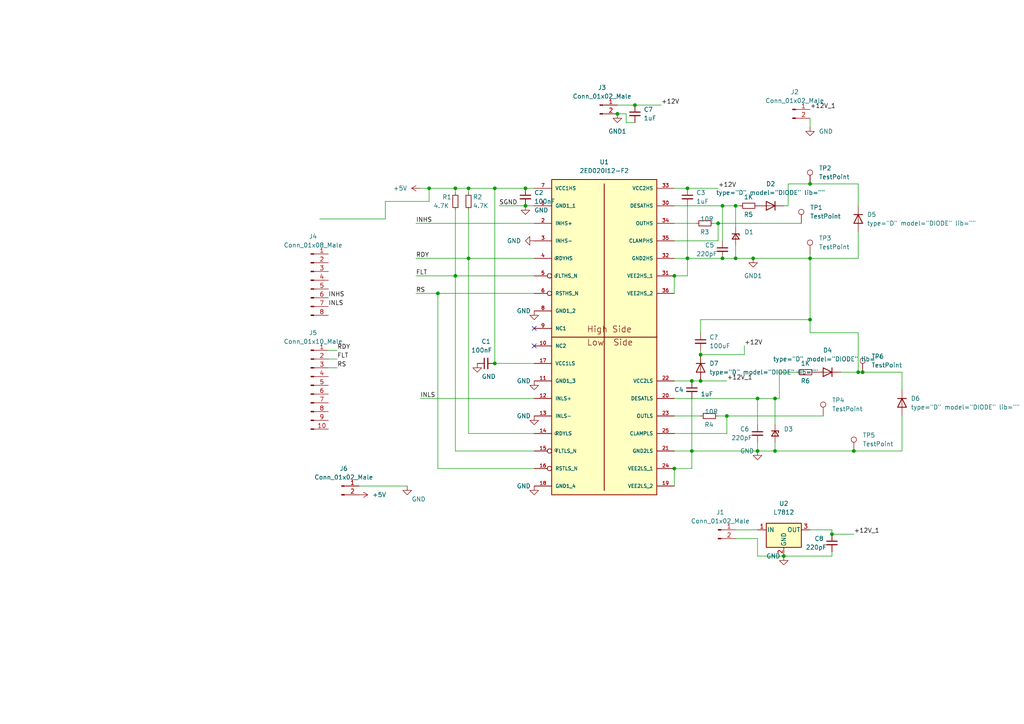
<source format=kicad_sch>
(kicad_sch (version 20211123) (generator eeschema)
  (paper "A4")
  (lib_symbols
    (symbol "2ED020I12-F2:2ED020I12-F2" (pin_names (offset 1.016))
      (property "Reference" "U?" (at -0.2 0.34 0))
      (property "Value" "2ED020I12-F2" (at -0.2 -93.48 0))
      (symbol "2ED020I12-F2_0_0"
        (rectangle (start 0 -91.44) (end 30.48 0) (stroke (width 0.254)) (fill (type background)))
        (polyline (pts (xy 0 -45.72) (xy 30.48 -45.72)) (stroke (width 0.254)))
        (polyline (pts (xy 0.8 -78.8) (xy 1.6 -78.8)) (stroke (width 0.1)))
        (polyline (pts (xy 0.8 -78.4) (xy 1.2 -78.8)) (stroke (width 0.1)))
        (polyline (pts (xy 0.8 -74) (xy 1.6 -74)) (stroke (width 0.1)))
        (polyline (pts (xy 0.8 -73.6) (xy 1.2 -74)) (stroke (width 0.1)))
        (polyline (pts (xy 0.8 -28.4) (xy 1.6 -28.4)) (stroke (width 0.1)))
        (polyline (pts (xy 0.8 -28) (xy 1.2 -28.4)) (stroke (width 0.1)))
        (polyline (pts (xy 0.8 -23.2) (xy 1.6 -23.2)) (stroke (width 0.1)))
        (polyline (pts (xy 0.8 -22.8) (xy 1.2 -23.2)) (stroke (width 0.1)))
        (polyline (pts (xy 1.2 -78.8) (xy 1.6 -78.4)) (stroke (width 0.1)))
        (polyline (pts (xy 1.2 -78) (xy 0.8 -78.4)) (stroke (width 0.1)))
        (polyline (pts (xy 1.2 -74) (xy 1.6 -73.6)) (stroke (width 0.1)))
        (polyline (pts (xy 1.2 -73.2) (xy 0.8 -73.6)) (stroke (width 0.1)))
        (polyline (pts (xy 1.2 -28.4) (xy 1.6 -28)) (stroke (width 0.1)))
        (polyline (pts (xy 1.2 -27.6) (xy 0.8 -28)) (stroke (width 0.1)))
        (polyline (pts (xy 1.2 -23.2) (xy 1.6 -22.8)) (stroke (width 0.1)))
        (polyline (pts (xy 1.2 -22.4) (xy 0.8 -22.8)) (stroke (width 0.1)))
        (polyline (pts (xy 1.6 -78.4) (xy 1.2 -78)) (stroke (width 0.1)))
        (polyline (pts (xy 1.6 -73.6) (xy 1.2 -73.2)) (stroke (width 0.1)))
        (polyline (pts (xy 1.6 -28) (xy 1.2 -27.6)) (stroke (width 0.1)))
        (polyline (pts (xy 1.6 -22.8) (xy 1.2 -22.4)) (stroke (width 0.1)))
        (polyline (pts (xy 15.24 -1.27) (xy 15.24 -90.17)) (stroke (width 0.254)))
        (text "High Side" (at 10.16 -44.45 0) (effects (font (size 1.778 1.778)) (justify left bottom)))
        (text "Low  Side" (at 10.16 -48.26 0) (effects (font (size 1.778 1.778)) (justify left bottom)))
        (pin power_in line (at -5.08 -7.62 0) (length 5.08) (name "GND1_1") (number "1"))
        (pin passive line (at -5.08 -48.26 0) (length 5.08) (name "NC2") (number "10"))
        (pin power_in line (at -5.08 -58.42 0) (length 5.08) (name "GND1_3") (number "11"))
        (pin input line (at -5.08 -63.5 0) (length 5.08) (name "INLS+") (number "12"))
        (pin input line (at -5.08 -68.58 0) (length 5.08) (name "INLS-") (number "13"))
        (pin open_collector line (at -5.08 -73.66 0) (length 5.08) (name "RDYLS") (number "14"))
        (pin open_collector inverted (at -5.08 -78.74 0) (length 5.08) (name "FLTLS_N") (number "15"))
        (pin input inverted (at -5.08 -83.82 0) (length 5.08) (name "RSTLS_N") (number "16"))
        (pin power_in line (at -5.08 -53.34 0) (length 5.08) (name "VCC1LS") (number "17"))
        (pin power_in line (at -5.08 -88.9 0) (length 5.08) (name "GND1_4") (number "18"))
        (pin power_in line (at 35.56 -88.9 180) (length 5.08) (name "VEE2LS_2") (number "19"))
        (pin input line (at -5.08 -12.7 0) (length 5.08) (name "INHS+") (number "2"))
        (pin input line (at 35.56 -63.5 180) (length 5.08) (name "DESATLS") (number "20"))
        (pin power_in line (at 35.56 -78.74 180) (length 5.08) (name "GND2LS") (number "21"))
        (pin power_in line (at 35.56 -58.42 180) (length 5.08) (name "VCC2LS") (number "22"))
        (pin output line (at 35.56 -68.58 180) (length 5.08) (name "OUTLS") (number "23"))
        (pin power_in line (at 35.56 -83.82 180) (length 5.08) (name "VEE2LS_1") (number "24"))
        (pin passive line (at 35.56 -73.66 180) (length 5.08) (name "CLAMPLS") (number "25"))
        (pin input line (at -5.08 -17.78 0) (length 5.08) (name "INHS-") (number "3"))
        (pin input line (at 35.56 -7.62 180) (length 5.08) (name "DESATHS") (number "30"))
        (pin power_in line (at 35.56 -27.94 180) (length 5.08) (name "VEE2HS_1") (number "31"))
        (pin power_in line (at 35.56 -22.86 180) (length 5.08) (name "GND2HS") (number "32"))
        (pin power_in line (at 35.56 -2.54 180) (length 5.08) (name "VCC2HS") (number "33"))
        (pin output line (at 35.56 -12.7 180) (length 5.08) (name "OUTHS") (number "34"))
        (pin passive line (at 35.56 -17.78 180) (length 5.08) (name "CLAMPHS") (number "35"))
        (pin power_in line (at 35.56 -33.02 180) (length 5.08) (name "VEE2HS_2") (number "36"))
        (pin open_collector line (at -5.08 -22.86 0) (length 5.08) (name "RDYHS") (number "4"))
        (pin open_collector inverted (at -5.08 -27.94 0) (length 5.08) (name "FLTHS_N") (number "5"))
        (pin input inverted (at -5.08 -33.02 0) (length 5.08) (name "RSTHS_N") (number "6"))
        (pin power_in line (at -5.08 -2.54 0) (length 5.08) (name "VCC1HS") (number "7"))
        (pin power_in line (at -5.08 -38.1 0) (length 5.08) (name "GND1_2") (number "8"))
        (pin passive line (at -5.08 -43.18 0) (length 5.08) (name "NC1") (number "9"))
      )
    )
    (symbol "Connector:Conn_01x02_Male" (pin_names (offset 1.016) hide)
      (property "Reference" "J" (at 0 2.54 0))
      (property "Value" "Conn_01x02_Male" (at 0 -5.08 0))
      (symbol "Conn_01x02_Male_1_1"
        (polyline (pts (xy 1.27 -2.54) (xy 0.8636 -2.54)) (stroke (width 0.1524)))
        (polyline (pts (xy 1.27 0) (xy 0.8636 0)) (stroke (width 0.1524)))
        (rectangle (start 0.8636 -2.413) (end 0 -2.667) (stroke (width 0.1524)) (fill (type outline)))
        (rectangle (start 0.8636 0.127) (end 0 -0.127) (stroke (width 0.1524)) (fill (type outline)))
        (pin passive line (at 5.08 0 180) (length 3.81) (name "Pin_1") (number "1"))
        (pin passive line (at 5.08 -2.54 180) (length 3.81) (name "Pin_2") (number "2"))
      )
    )
    (symbol "Connector:Conn_01x08_Male" (pin_names (offset 1.016) hide)
      (property "Reference" "J" (at 0 10.16 0))
      (property "Value" "Conn_01x08_Male" (at 0 -12.7 0))
      (symbol "Conn_01x08_Male_1_1"
        (polyline (pts (xy 1.27 -10.16) (xy 0.8636 -10.16)) (stroke (width 0.1524)))
        (polyline (pts (xy 1.27 -7.62) (xy 0.8636 -7.62)) (stroke (width 0.1524)))
        (polyline (pts (xy 1.27 -5.08) (xy 0.8636 -5.08)) (stroke (width 0.1524)))
        (polyline (pts (xy 1.27 -2.54) (xy 0.8636 -2.54)) (stroke (width 0.1524)))
        (polyline (pts (xy 1.27 0) (xy 0.8636 0)) (stroke (width 0.1524)))
        (polyline (pts (xy 1.27 2.54) (xy 0.8636 2.54)) (stroke (width 0.1524)))
        (polyline (pts (xy 1.27 5.08) (xy 0.8636 5.08)) (stroke (width 0.1524)))
        (polyline (pts (xy 1.27 7.62) (xy 0.8636 7.62)) (stroke (width 0.1524)))
        (rectangle (start 0.8636 -10.033) (end 0 -10.287) (stroke (width 0.1524)) (fill (type outline)))
        (rectangle (start 0.8636 -7.493) (end 0 -7.747) (stroke (width 0.1524)) (fill (type outline)))
        (rectangle (start 0.8636 -4.953) (end 0 -5.207) (stroke (width 0.1524)) (fill (type outline)))
        (rectangle (start 0.8636 -2.413) (end 0 -2.667) (stroke (width 0.1524)) (fill (type outline)))
        (rectangle (start 0.8636 0.127) (end 0 -0.127) (stroke (width 0.1524)) (fill (type outline)))
        (rectangle (start 0.8636 2.667) (end 0 2.413) (stroke (width 0.1524)) (fill (type outline)))
        (rectangle (start 0.8636 5.207) (end 0 4.953) (stroke (width 0.1524)) (fill (type outline)))
        (rectangle (start 0.8636 7.747) (end 0 7.493) (stroke (width 0.1524)) (fill (type outline)))
        (pin passive line (at 5.08 7.62 180) (length 3.81) (name "Pin_1") (number "1"))
        (pin passive line (at 5.08 5.08 180) (length 3.81) (name "Pin_2") (number "2"))
        (pin passive line (at 5.08 2.54 180) (length 3.81) (name "Pin_3") (number "3"))
        (pin passive line (at 5.08 0 180) (length 3.81) (name "Pin_4") (number "4"))
        (pin passive line (at 5.08 -2.54 180) (length 3.81) (name "Pin_5") (number "5"))
        (pin passive line (at 5.08 -5.08 180) (length 3.81) (name "Pin_6") (number "6"))
        (pin passive line (at 5.08 -7.62 180) (length 3.81) (name "Pin_7") (number "7"))
        (pin passive line (at 5.08 -10.16 180) (length 3.81) (name "Pin_8") (number "8"))
      )
    )
    (symbol "Connector:Conn_01x10_Male" (pin_names (offset 1.016) hide)
      (property "Reference" "J" (at 0 12.7 0))
      (property "Value" "Conn_01x10_Male" (at 0 -15.24 0))
      (symbol "Conn_01x10_Male_1_1"
        (polyline (pts (xy 1.27 -12.7) (xy 0.8636 -12.7)) (stroke (width 0.1524)))
        (polyline (pts (xy 1.27 -10.16) (xy 0.8636 -10.16)) (stroke (width 0.1524)))
        (polyline (pts (xy 1.27 -7.62) (xy 0.8636 -7.62)) (stroke (width 0.1524)))
        (polyline (pts (xy 1.27 -5.08) (xy 0.8636 -5.08)) (stroke (width 0.1524)))
        (polyline (pts (xy 1.27 -2.54) (xy 0.8636 -2.54)) (stroke (width 0.1524)))
        (polyline (pts (xy 1.27 0) (xy 0.8636 0)) (stroke (width 0.1524)))
        (polyline (pts (xy 1.27 2.54) (xy 0.8636 2.54)) (stroke (width 0.1524)))
        (polyline (pts (xy 1.27 5.08) (xy 0.8636 5.08)) (stroke (width 0.1524)))
        (polyline (pts (xy 1.27 7.62) (xy 0.8636 7.62)) (stroke (width 0.1524)))
        (polyline (pts (xy 1.27 10.16) (xy 0.8636 10.16)) (stroke (width 0.1524)))
        (rectangle (start 0.8636 -12.573) (end 0 -12.827) (stroke (width 0.1524)) (fill (type outline)))
        (rectangle (start 0.8636 -10.033) (end 0 -10.287) (stroke (width 0.1524)) (fill (type outline)))
        (rectangle (start 0.8636 -7.493) (end 0 -7.747) (stroke (width 0.1524)) (fill (type outline)))
        (rectangle (start 0.8636 -4.953) (end 0 -5.207) (stroke (width 0.1524)) (fill (type outline)))
        (rectangle (start 0.8636 -2.413) (end 0 -2.667) (stroke (width 0.1524)) (fill (type outline)))
        (rectangle (start 0.8636 0.127) (end 0 -0.127) (stroke (width 0.1524)) (fill (type outline)))
        (rectangle (start 0.8636 2.667) (end 0 2.413) (stroke (width 0.1524)) (fill (type outline)))
        (rectangle (start 0.8636 5.207) (end 0 4.953) (stroke (width 0.1524)) (fill (type outline)))
        (rectangle (start 0.8636 7.747) (end 0 7.493) (stroke (width 0.1524)) (fill (type outline)))
        (rectangle (start 0.8636 10.287) (end 0 10.033) (stroke (width 0.1524)) (fill (type outline)))
        (pin passive line (at 5.08 10.16 180) (length 3.81) (name "Pin_1") (number "1"))
        (pin passive line (at 5.08 -12.7 180) (length 3.81) (name "Pin_10") (number "10"))
        (pin passive line (at 5.08 7.62 180) (length 3.81) (name "Pin_2") (number "2"))
        (pin passive line (at 5.08 5.08 180) (length 3.81) (name "Pin_3") (number "3"))
        (pin passive line (at 5.08 2.54 180) (length 3.81) (name "Pin_4") (number "4"))
        (pin passive line (at 5.08 0 180) (length 3.81) (name "Pin_5") (number "5"))
        (pin passive line (at 5.08 -2.54 180) (length 3.81) (name "Pin_6") (number "6"))
        (pin passive line (at 5.08 -5.08 180) (length 3.81) (name "Pin_7") (number "7"))
        (pin passive line (at 5.08 -7.62 180) (length 3.81) (name "Pin_8") (number "8"))
        (pin passive line (at 5.08 -10.16 180) (length 3.81) (name "Pin_9") (number "9"))
      )
    )
    (symbol "Connector:TestPoint" (pin_numbers hide) (pin_names (offset 0.762) hide)
      (property "Reference" "TP" (at 0 6.858 0))
      (property "Value" "TestPoint" (at 0 5.08 0))
      (symbol "TestPoint_0_1"
        (circle (center 0 3.302) (radius 0.762))
      )
      (symbol "TestPoint_1_1"
        (pin passive line (at 0 0 90) (length 2.54) (name "1") (number "1"))
      )
    )
    (symbol "Device:C_Small" (pin_numbers hide) (pin_names (offset 0.254) hide)
      (property "Reference" "C" (at 0.254 1.778 0))
      (property "Value" "C_Small" (at 0.254 -2.032 0))
      (symbol "C_Small_0_1"
        (polyline (pts (xy -1.524 -0.508) (xy 1.524 -0.508)) (stroke (width 0.3302)))
        (polyline (pts (xy -1.524 0.508) (xy 1.524 0.508)) (stroke (width 0.3048)))
      )
      (symbol "C_Small_1_1"
        (pin passive line (at 0 2.54 270) (length 2.032) (name "~") (number "1"))
        (pin passive line (at 0 -2.54 90) (length 2.032) (name "~") (number "2"))
      )
    )
    (symbol "Device:D_Zener_Small" (pin_numbers hide) (pin_names (offset 0.254) hide)
      (property "Reference" "D" (at 0 2.286 0))
      (property "Value" "D_Zener_Small" (at 0 -2.286 0))
      (symbol "D_Zener_Small_0_1"
        (polyline (pts (xy 0.762 0) (xy -0.762 0)))
        (polyline (pts (xy -0.254 1.016) (xy -0.762 1.016) (xy -0.762 -1.016)) (stroke (width 0.254)))
        (polyline (pts (xy 0.762 1.016) (xy -0.762 0) (xy 0.762 -1.016) (xy 0.762 1.016)) (stroke (width 0.254)))
      )
      (symbol "D_Zener_Small_1_1"
        (pin passive line (at -2.54 0 0) (length 1.778) (name "K") (number "1"))
        (pin passive line (at 2.54 0 180) (length 1.778) (name "A") (number "2"))
      )
    )
    (symbol "Device:R_Small" (pin_numbers hide) (pin_names (offset 0.254) hide)
      (property "Reference" "R" (at 0.762 0.508 0))
      (property "Value" "R_Small" (at 0.762 -1.016 0))
      (symbol "R_Small_0_1"
        (rectangle (start -0.762 1.778) (end 0.762 -1.778) (stroke (width 0.2032)))
      )
      (symbol "R_Small_1_1"
        (pin passive line (at 0 2.54 270) (length 0.762) (name "~") (number "1"))
        (pin passive line (at 0 -2.54 90) (length 0.762) (name "~") (number "2"))
      )
    )
    (symbol "Regulator_Linear:L7812" (pin_names (offset 0.254))
      (property "Reference" "U" (at -3.81 3.175 0))
      (property "Value" "L7812" (at 0 3.175 0))
      (symbol "L7812_0_1"
        (rectangle (start -5.08 1.905) (end 5.08 -5.08) (stroke (width 0.254)) (fill (type background)))
      )
      (symbol "L7812_1_1"
        (pin power_in line (at -7.62 0 0) (length 2.54) (name "IN") (number "1"))
        (pin power_in line (at 0 -7.62 90) (length 2.54) (name "GND") (number "2"))
        (pin power_out line (at 7.62 0 180) (length 2.54) (name "OUT") (number "3"))
      )
    )
    (symbol "Simulation_SPICE:DIODE" (pin_numbers hide) (pin_names (offset 1.016) hide)
      (property "Reference" "D" (at 0 2.54 0))
      (property "Value" "DIODE" (at 0 -2.54 0))
      (symbol "DIODE_0_1"
        (polyline (pts (xy 1.27 0) (xy -1.27 0)))
        (polyline (pts (xy 1.27 1.27) (xy 1.27 -1.27)) (stroke (width 0.254)))
        (polyline (pts (xy -1.27 -1.27) (xy -1.27 1.27) (xy 1.27 0) (xy -1.27 -1.27)) (stroke (width 0.254)))
      )
      (symbol "DIODE_1_1"
        (pin passive line (at -3.81 0 0) (length 2.54) (name "A") (number "1"))
        (pin passive line (at 3.81 0 180) (length 2.54) (name "K") (number "2"))
      )
    )
    (symbol "power:+5V" (power) (pin_names (offset 0))
      (property "Value" "+5V" (at 0 3.556 0))
      (symbol "+5V_0_1"
        (polyline (pts (xy -0.762 1.27) (xy 0 2.54)))
        (polyline (pts (xy 0 0) (xy 0 2.54)))
        (polyline (pts (xy 0 2.54) (xy 0.762 1.27)))
      )
      (symbol "+5V_1_1"
        (pin power_in line (at 0 0 90) (length 0) hide (name "+5V") (number "1"))
      )
    )
    (symbol "power:GND" (power) (pin_names (offset 0))
      (property "Value" "GND" (at 0 -3.81 0))
      (symbol "GND_0_1"
        (polyline (pts (xy 0 0) (xy 0 -1.27) (xy 1.27 -1.27) (xy 0 -2.54) (xy -1.27 -1.27) (xy 0 -1.27)))
      )
      (symbol "GND_1_1"
        (pin power_in line (at 0 0 270) (length 0) hide (name "GND") (number "1"))
      )
    )
    (symbol "power:GND1" (power) (pin_names (offset 0))
      (property "Value" "GND1" (at 0 -3.81 0))
      (symbol "GND1_0_1"
        (polyline (pts (xy 0 0) (xy 0 -1.27) (xy 1.27 -1.27) (xy 0 -2.54) (xy -1.27 -1.27) (xy 0 -1.27)))
      )
      (symbol "GND1_1_1"
        (pin power_in line (at 0 0 270) (length 0) hide (name "GND1") (number "1"))
      )
    )
  )
  (junction (at 195.58 135.89))
  (junction (at 132.08 54.61))
  (junction (at 213.36 59.69))
  (junction (at 195.58 80.01))
  (junction (at 224.79 130.81))
  (junction (at 152.4 59.69))
  (junction (at 127 85.09))
  (junction (at 248.92 107.95))
  (junction (at 209.55 74.93))
  (junction (at 179.07 33.02))
  (junction (at 203.2 102.87))
  (junction (at 234.95 53.34))
  (junction (at 219.71 115.57))
  (junction (at 227.33 161.29))
  (junction (at 132.08 80.01))
  (junction (at 124.46 54.61))
  (junction (at 184.15 30.48))
  (junction (at 143.51 105.41))
  (junction (at 250.19 107.95))
  (junction (at 234.95 74.93))
  (junction (at 247.65 130.81))
  (junction (at 234.95 92.71))
  (junction (at 199.39 54.61))
  (junction (at 200.66 110.49))
  (junction (at 200.66 130.81))
  (junction (at 209.55 59.69))
  (junction (at 213.36 74.93))
  (junction (at 135.89 54.61))
  (junction (at 208.28 64.77))
  (junction (at 224.79 115.57))
  (junction (at 219.71 130.81))
  (junction (at 152.4 54.61))
  (junction (at 241.3 154.94))
  (junction (at 218.44 74.93))
  (junction (at 143.51 54.61))
  (junction (at 203.2 110.49))
  (junction (at 199.39 74.93))
  (junction (at 135.89 74.93))
  (junction (at 210.82 120.65))
  (no_connect (at 154.94 100.33))
  (no_connect (at 154.94 95.25))
  (wire (pts (xy 261.62 113.03) (xy 261.62 107.95)))
  (wire (pts (xy 179.07 33.02) (xy 181.61 33.02)))
  (wire (pts (xy 209.55 59.69) (xy 213.36 59.69)))
  (wire (pts (xy 120.65 74.93) (xy 135.89 74.93)))
  (wire (pts (xy 95.25 101.6) (xy 97.79 101.6)))
  (wire (pts (xy 219.71 156.21) (xy 219.71 161.29)))
  (wire (pts (xy 207.01 64.77) (xy 208.28 64.77)))
  (wire (pts (xy 224.79 115.57) (xy 226.06 115.57)))
  (wire (pts (xy 224.79 128.27) (xy 224.79 130.81)))
  (wire (pts (xy 243.84 107.95) (xy 248.92 107.95)))
  (wire (pts (xy 111.76 58.42) (xy 124.46 58.42)))
  (wire (pts (xy 248.92 53.34) (xy 234.95 53.34)))
  (wire (pts (xy 200.66 110.49) (xy 195.58 110.49)))
  (wire (pts (xy 199.39 59.69) (xy 199.39 74.93)))
  (wire (pts (xy 234.95 153.67) (xy 241.3 153.67)))
  (wire (pts (xy 203.2 96.52) (xy 203.2 92.71)))
  (wire (pts (xy 135.89 74.93) (xy 154.94 74.93)))
  (wire (pts (xy 241.3 160.02) (xy 241.3 161.29)))
  (wire (pts (xy 199.39 80.01) (xy 199.39 74.93)))
  (wire (pts (xy 132.08 80.01) (xy 154.94 80.01)))
  (wire (pts (xy 248.92 67.31) (xy 248.92 74.93)))
  (wire (pts (xy 215.9 100.33) (xy 215.9 102.87)))
  (wire (pts (xy 208.28 120.65) (xy 210.82 120.65)))
  (wire (pts (xy 195.58 64.77) (xy 201.93 64.77)))
  (wire (pts (xy 195.58 135.89) (xy 195.58 140.97)))
  (wire (pts (xy 121.92 54.61) (xy 124.46 54.61)))
  (wire (pts (xy 179.07 30.48) (xy 184.15 30.48)))
  (wire (pts (xy 184.15 35.56) (xy 181.61 35.56)))
  (wire (pts (xy 111.76 63.5) (xy 111.76 58.42)))
  (wire (pts (xy 195.58 69.85) (xy 208.28 69.85)))
  (wire (pts (xy 209.55 74.93) (xy 213.36 74.93)))
  (wire (pts (xy 210.82 120.65) (xy 238.76 120.65)))
  (wire (pts (xy 143.51 54.61) (xy 143.51 105.41)))
  (wire (pts (xy 195.58 80.01) (xy 195.58 85.09)))
  (wire (pts (xy 248.92 59.69) (xy 248.92 53.34)))
  (wire (pts (xy 208.28 69.85) (xy 208.28 64.77)))
  (wire (pts (xy 248.92 74.93) (xy 234.95 74.93)))
  (wire (pts (xy 152.4 54.61) (xy 154.94 54.61)))
  (wire (pts (xy 234.95 34.29) (xy 234.95 36.83)))
  (wire (pts (xy 120.65 85.09) (xy 127 85.09)))
  (wire (pts (xy 261.62 120.65) (xy 261.62 130.81)))
  (wire (pts (xy 195.58 80.01) (xy 199.39 80.01)))
  (wire (pts (xy 213.36 71.12) (xy 213.36 74.93)))
  (wire (pts (xy 195.58 135.89) (xy 200.66 135.89)))
  (wire (pts (xy 200.66 130.81) (xy 219.71 130.81)))
  (wire (pts (xy 228.6 53.34) (xy 234.95 53.34)))
  (wire (pts (xy 152.4 59.69) (xy 154.94 59.69)))
  (wire (pts (xy 226.06 107.95) (xy 231.14 107.95)))
  (wire (pts (xy 213.36 153.67) (xy 219.71 153.67)))
  (wire (pts (xy 195.58 59.69) (xy 209.55 59.69)))
  (wire (pts (xy 208.28 64.77) (xy 232.41 64.77)))
  (wire (pts (xy 181.61 35.56) (xy 181.61 33.02)))
  (wire (pts (xy 195.58 125.73) (xy 210.82 125.73)))
  (wire (pts (xy 154.94 135.89) (xy 127 135.89)))
  (wire (pts (xy 224.79 115.57) (xy 224.79 123.19)))
  (wire (pts (xy 213.36 156.21) (xy 219.71 156.21)))
  (wire (pts (xy 184.15 30.48) (xy 191.77 30.48)))
  (wire (pts (xy 248.92 96.52) (xy 248.92 107.95)))
  (wire (pts (xy 132.08 54.61) (xy 135.89 54.61)))
  (wire (pts (xy 224.79 130.81) (xy 247.65 130.81)))
  (wire (pts (xy 135.89 60.96) (xy 135.89 74.93)))
  (wire (pts (xy 127 85.09) (xy 154.94 85.09)))
  (wire (pts (xy 199.39 74.93) (xy 195.58 74.93)))
  (wire (pts (xy 120.65 64.77) (xy 154.94 64.77)))
  (wire (pts (xy 132.08 60.96) (xy 132.08 80.01)))
  (wire (pts (xy 200.66 130.81) (xy 200.66 115.57)))
  (wire (pts (xy 143.51 54.61) (xy 152.4 54.61)))
  (wire (pts (xy 195.58 130.81) (xy 200.66 130.81)))
  (wire (pts (xy 143.51 105.41) (xy 154.94 105.41)))
  (wire (pts (xy 226.06 115.57) (xy 226.06 107.95)))
  (wire (pts (xy 121.92 115.57) (xy 154.94 115.57)))
  (wire (pts (xy 219.71 115.57) (xy 224.79 115.57)))
  (wire (pts (xy 224.79 130.81) (xy 219.71 130.81)))
  (wire (pts (xy 135.89 54.61) (xy 135.89 55.88)))
  (wire (pts (xy 203.2 102.87) (xy 215.9 102.87)))
  (wire (pts (xy 124.46 58.42) (xy 124.46 54.61)))
  (wire (pts (xy 213.36 74.93) (xy 218.44 74.93)))
  (wire (pts (xy 234.95 74.93) (xy 234.95 92.71)))
  (wire (pts (xy 135.89 125.73) (xy 154.94 125.73)))
  (wire (pts (xy 234.95 96.52) (xy 248.92 96.52)))
  (wire (pts (xy 241.3 161.29) (xy 227.33 161.29)))
  (wire (pts (xy 210.82 110.49) (xy 203.2 110.49)))
  (wire (pts (xy 247.65 154.94) (xy 241.3 154.94)))
  (wire (pts (xy 95.25 106.68) (xy 97.79 106.68)))
  (wire (pts (xy 213.36 59.69) (xy 214.63 59.69)))
  (wire (pts (xy 261.62 130.81) (xy 247.65 130.81)))
  (wire (pts (xy 219.71 115.57) (xy 219.71 123.19)))
  (wire (pts (xy 127 135.89) (xy 127 85.09)))
  (wire (pts (xy 135.89 74.93) (xy 135.89 125.73)))
  (wire (pts (xy 234.95 74.93) (xy 234.95 73.66)))
  (wire (pts (xy 209.55 59.69) (xy 209.55 69.85)))
  (wire (pts (xy 203.2 101.6) (xy 203.2 102.87)))
  (wire (pts (xy 95.25 104.14) (xy 97.79 104.14)))
  (wire (pts (xy 195.58 115.57) (xy 219.71 115.57)))
  (wire (pts (xy 203.2 92.71) (xy 234.95 92.71)))
  (wire (pts (xy 213.36 59.69) (xy 213.36 66.04)))
  (wire (pts (xy 132.08 130.81) (xy 154.94 130.81)))
  (wire (pts (xy 132.08 54.61) (xy 132.08 55.88)))
  (wire (pts (xy 132.08 80.01) (xy 132.08 130.81)))
  (wire (pts (xy 195.58 120.65) (xy 203.2 120.65)))
  (wire (pts (xy 234.95 92.71) (xy 234.95 96.52)))
  (wire (pts (xy 92.71 63.5) (xy 111.76 63.5)))
  (wire (pts (xy 199.39 54.61) (xy 195.58 54.61)))
  (wire (pts (xy 248.92 107.95) (xy 250.19 107.95)))
  (wire (pts (xy 228.6 59.69) (xy 228.6 53.34)))
  (wire (pts (xy 135.89 54.61) (xy 143.51 54.61)))
  (wire (pts (xy 219.71 130.81) (xy 219.71 128.27)))
  (wire (pts (xy 218.44 74.93) (xy 234.95 74.93)))
  (wire (pts (xy 210.82 125.73) (xy 210.82 120.65)))
  (wire (pts (xy 203.2 110.49) (xy 200.66 110.49)))
  (wire (pts (xy 104.14 140.97) (xy 118.11 140.97)))
  (wire (pts (xy 241.3 153.67) (xy 241.3 154.94)))
  (wire (pts (xy 120.65 80.01) (xy 132.08 80.01)))
  (wire (pts (xy 200.66 135.89) (xy 200.66 130.81)))
  (wire (pts (xy 219.71 161.29) (xy 227.33 161.29)))
  (wire (pts (xy 250.19 107.95) (xy 261.62 107.95)))
  (wire (pts (xy 199.39 74.93) (xy 209.55 74.93)))
  (wire (pts (xy 144.78 59.69) (xy 152.4 59.69)))
  (wire (pts (xy 227.33 59.69) (xy 228.6 59.69)))
  (wire (pts (xy 124.46 54.61) (xy 132.08 54.61)))
  (wire (pts (xy 208.28 54.61) (xy 199.39 54.61)))
  (label "RS" (at 97.79 106.68 0))
  (label "RDY" (at 97.79 101.6 0))
  (label "+12V" (at 208.28 54.61 0))
  (label "FLT" (at 97.79 104.14 0))
  (label "+12V" (at 191.77 30.48 0))
  (label "INLS" (at 121.92 115.57 0))
  (label "+12V_1" (at 210.82 110.49 0))
  (label "+12V" (at 215.9 100.33 0))
  (label "SGND" (at 144.78 59.69 0))
  (label "RS" (at 120.65 85.09 0))
  (label "RDY" (at 120.65 74.93 0))
  (label "INHS" (at 120.65 64.77 0))
  (label "INHS" (at 95.25 86.36 0))
  (label "+12V_1" (at 247.65 154.94 0))
  (label "FLT" (at 120.65 80.01 0))
  (label "+12V_1" (at 234.95 31.75 0))
  (label "INLS" (at 95.25 88.9 0))
  (symbol (lib_id "power:GND") (at 118.11 140.97 0) (unit 1)
    (property "Reference" "#PWR01" (effects hide))
    (property "Value" "GND" (at 119.38 144.78 0) (effects (justify left)))
  )
  (symbol (lib_id "Simulation_SPICE:DIODE") (at 203.2 106.68 90) (unit 1)
    (property "Reference" "D7" (at 205.74 105.4099 90) (effects (justify right)))
    (property "Value" "DIODE" (at 205.74 107.9499 90) (effects (justify right)))
    (property "Footprint" "Diode_THT:D_DO-27_P15.24mm_Horizontal" (effects hide))
    (property "Spice_Netlist_Enabled" "Y" (effects hide))
    (property "Spice_Primitive" "D" (effects hide))
  )
  (symbol (lib_id "Device:C_Small") (at 219.71 125.73 0) (unit 1)
    (property "Reference" "C6" (at 214.63 124.46 0) (effects (justify left)))
    (property "Value" "220pF" (at 212.09 127 0) (effects (justify left)))
    (property "Footprint" "Capacitor_THT:CP_Radial_D14.0mm_P5.00mm" (effects hide))
  )
  (symbol (lib_id "Device:R_Small") (at 205.74 120.65 90) (unit 1)
    (property "Reference" "R4" (at 207.01 123.19 90) (effects (justify left)))
    (property "Value" "10R" (at 208.28 119.38 90) (effects (justify left)))
    (property "Footprint" "Resistor_THT:R_Axial_DIN0411_L9.9mm_D3.6mm_P12.70mm_Horizontal" (effects hide))
  )
  (symbol (lib_id "Connector:Conn_01x02_Male") (at 208.28 153.67 0) (unit 1)
    (property "Reference" "J1" (at 208.915 148.59 0))
    (property "Value" "Conn_01x02_Male" (at 208.915 151.13 0))
    (property "Footprint" "Connector_Phoenix_MC_HighVoltage:PhoenixContact_MCV_1,5_2-G-5.08_1x02_P5.08mm_Vertical" (effects hide))
  )
  (symbol (lib_id "power:GND") (at 154.94 120.65 0) (unit 1)
    (property "Reference" "#PWR06" (effects hide))
    (property "Value" "GND" (at 149.86 120.65 0) (effects (justify left)))
  )
  (symbol (lib_id "Connector:Conn_01x02_Male") (at 99.06 140.97 0) (unit 1)
    (property "Reference" "J6" (at 99.695 135.89 0))
    (property "Value" "Conn_01x02_Male" (at 99.695 138.43 0))
    (property "Footprint" "Connector_PinHeader_2.54mm:PinHeader_1x02_P2.54mm_Vertical" (effects hide))
  )
  (symbol (lib_id "Connector:Conn_01x02_Male") (at 229.87 31.75 0) (unit 1)
    (property "Reference" "J2" (at 230.505 26.67 0))
    (property "Value" "Conn_01x02_Male" (at 230.505 29.21 0))
    (property "Footprint" "Connector_Phoenix_MC_HighVoltage:PhoenixContact_MCV_1,5_2-G-5.08_1x02_P5.08mm_Vertical" (effects hide))
  )
  (symbol (lib_id "Device:C_Small") (at 200.66 113.03 0) (unit 1)
    (property "Reference" "C4" (at 195.58 113.03 0) (effects (justify left)))
    (property "Value" "1uF" (at 203.2 114.3 0) (effects (justify left)))
    (property "Footprint" "Capacitor_THT:CP_Radial_D14.0mm_P5.00mm" (effects hide))
  )
  (symbol (lib_id "power:GND") (at 154.94 69.85 270) (unit 1)
    (property "Reference" "#PWR05" (effects hide))
    (property "Value" "GND" (at 151.13 69.8499 90) (effects (justify right)))
  )
  (symbol (lib_id "power:GND1") (at 179.07 33.02 0) (unit 1)
    (property "Reference" "#PWR012" (effects hide))
    (property "Value" "GND1" (at 179.07 38.1 0))
  )
  (symbol (lib_id "Connector:Conn_01x08_Male") (at 90.17 81.28 0) (unit 1)
    (property "Reference" "J4" (at 90.805 68.58 0))
    (property "Value" "Conn_01x08_Male" (at 90.805 71.12 0))
    (property "Footprint" "Connector_PinHeader_2.54mm:PinHeader_1x08_P2.54mm_Vertical" (effects hide))
  )
  (symbol (lib_id "Connector:Conn_01x10_Male") (at 90.17 111.76 0) (unit 1)
    (property "Reference" "J5" (at 90.805 96.52 0))
    (property "Value" "Conn_01x10_Male" (at 90.805 99.06 0))
    (property "Footprint" "Connector_PinHeader_2.54mm:PinHeader_1x10_P2.54mm_Vertical" (effects hide))
  )
  (symbol (lib_id "power:GND1") (at 218.44 74.93 0) (unit 1)
    (property "Reference" "#PWR07" (effects hide))
    (property "Value" "GND1" (at 218.44 80.01 0))
  )
  (symbol (lib_id "Device:R_Small") (at 233.68 107.95 90) (unit 1)
    (property "Reference" "R6" (at 234.95 110.49 90) (effects (justify left)))
    (property "Value" "1K" (at 234.95 105.41 90) (effects (justify left)))
    (property "Footprint" "Resistor_THT:R_Axial_DIN0411_L9.9mm_D3.6mm_P12.70mm_Horizontal" (effects hide))
  )
  (symbol (lib_id "2ED020I12-F2:2ED020I12-F2") (at 160.02 52.07 0) (unit 1)
    (property "Reference" "U1" (at 175.26 46.99 0))
    (property "Value" "2ED020I12-F2" (at 175.26 49.53 0))
    (property "Footprint" "gate_driver:SOP65P1030X265-36_32N-V" (effects hide))
  )
  (symbol (lib_id "Device:C_Small") (at 203.2 99.06 0) (unit 1)
    (property "Reference" "C?" (at 205.74 97.7962 0) (effects (justify left)))
    (property "Value" "100uF" (at 205.74 100.3362 0) (effects (justify left)))
    (property "Footprint" "Capacitor_THT:CP_Radial_D14.0mm_P5.00mm" (effects hide))
  )
  (symbol (lib_id "Device:D_Zener_Small") (at 213.36 68.58 270) (unit 1)
    (property "Reference" "D1" (at 215.9 67.3099 90) (effects (justify left)))
    (property "Value" "D_Zener_Small" (effects hide))
    (property "Footprint" "Diode_THT:D_DO-27_P15.24mm_Horizontal" (effects hide))
  )
  (symbol (lib_id "Connector:TestPoint") (at 234.95 53.34 0) (unit 1)
    (property "Reference" "TP2" (at 237.49 48.7679 0) (effects (justify left)))
    (property "Value" "TestPoint" (at 237.49 51.3079 0) (effects (justify left)))
    (property "Footprint" "TestPoint:TestPoint_Pad_D4.0mm" (effects hide))
  )
  (symbol (lib_id "power:+5V") (at 121.92 54.61 90) (unit 1)
    (property "Reference" "#PWR02" (effects hide))
    (property "Value" "+5V" (at 118.11 54.6099 90) (effects (justify left)))
  )
  (symbol (lib_id "Device:C_Small") (at 140.97 105.41 90) (unit 1)
    (property "Reference" "C1" (at 140.9763 99.06 90))
    (property "Value" "100nF" (at 139.7 101.6 90))
    (property "Footprint" "Capacitor_THT:CP_Radial_D14.0mm_P5.00mm" (effects hide))
  )
  (symbol (lib_id "Device:R_Small") (at 217.17 59.69 90) (unit 1)
    (property "Reference" "R5" (at 218.44 62.23 90) (effects (justify left)))
    (property "Value" "1K" (at 218.44 57.15 90) (effects (justify left)))
    (property "Footprint" "Resistor_THT:R_Axial_DIN0411_L9.9mm_D3.6mm_P12.70mm_Horizontal" (effects hide))
  )
  (symbol (lib_id "Device:D_Zener_Small") (at 224.79 125.73 270) (unit 1)
    (property "Reference" "D3" (at 227.33 124.4599 90) (effects (justify left)))
    (property "Value" "D_Zener_Small" (effects hide))
    (property "Footprint" "Diode_THT:D_DO-27_P15.24mm_Horizontal" (effects hide))
  )
  (symbol (lib_id "Device:C_Small") (at 209.55 72.39 0) (unit 1)
    (property "Reference" "C5" (at 204.47 71.12 0) (effects (justify left)))
    (property "Value" "220pF" (at 201.93 73.66 0) (effects (justify left)))
    (property "Footprint" "Capacitor_THT:CP_Radial_D14.0mm_P5.00mm" (effects hide))
  )
  (symbol (lib_id "Simulation_SPICE:DIODE") (at 240.03 107.95 0) (unit 1)
    (property "Reference" "D4" (at 240.03 101.6 0))
    (property "Value" "DIODE" (at 240.03 104.14 0))
    (property "Footprint" "Diode_THT:D_DO-27_P15.24mm_Horizontal" (effects hide))
    (property "Spice_Netlist_Enabled" "Y" (effects hide))
    (property "Spice_Primitive" "D" (effects hide))
  )
  (symbol (lib_id "power:GND") (at 219.71 130.81 0) (unit 1)
    (property "Reference" "#PWR0101" (effects hide))
    (property "Value" "GND" (at 214.63 130.81 0) (effects (justify left)))
  )
  (symbol (lib_id "Connector:TestPoint") (at 250.19 107.95 0) (unit 1)
    (property "Reference" "TP6" (at 252.73 103.3779 0) (effects (justify left)))
    (property "Value" "TestPoint" (at 252.73 105.9179 0) (effects (justify left)))
    (property "Footprint" "TestPoint:TestPoint_Pad_D4.0mm" (effects hide))
  )
  (symbol (lib_id "Simulation_SPICE:DIODE") (at 248.92 63.5 90) (unit 1)
    (property "Reference" "D5" (at 251.46 62.2299 90) (effects (justify right)))
    (property "Value" "DIODE" (at 251.46 64.7699 90) (effects (justify right)))
    (property "Footprint" "Diode_THT:D_DO-27_P15.24mm_Horizontal" (effects hide))
    (property "Spice_Netlist_Enabled" "Y" (effects hide))
    (property "Spice_Primitive" "D" (effects hide))
  )
  (symbol (lib_id "Simulation_SPICE:DIODE") (at 261.62 116.84 90) (unit 1)
    (property "Reference" "D6" (at 264.16 115.5699 90) (effects (justify right)))
    (property "Value" "DIODE" (at 264.16 118.1099 90) (effects (justify right)))
    (property "Footprint" "Diode_THT:D_DO-27_P15.24mm_Horizontal" (effects hide))
    (property "Spice_Netlist_Enabled" "Y" (effects hide))
    (property "Spice_Primitive" "D" (effects hide))
  )
  (symbol (lib_id "power:+5V") (at 104.14 143.51 270) (unit 1)
    (property "Reference" "#PWR013" (effects hide))
    (property "Value" "+5V" (at 107.95 143.5099 90) (effects (justify left)))
  )
  (symbol (lib_id "Connector:TestPoint") (at 238.76 120.65 0) (unit 1)
    (property "Reference" "TP4" (at 241.3 116.0779 0) (effects (justify left)))
    (property "Value" "TestPoint" (at 241.3 118.6179 0) (effects (justify left)))
    (property "Footprint" "TestPoint:TestPoint_Pad_D4.0mm" (effects hide))
  )
  (symbol (lib_id "Device:C_Small") (at 184.15 33.02 0) (unit 1)
    (property "Reference" "C7" (at 186.69 31.7562 0) (effects (justify left)))
    (property "Value" "1uF" (at 186.69 34.2962 0) (effects (justify left)))
    (property "Footprint" "Capacitor_THT:CP_Radial_D14.0mm_P5.00mm" (effects hide))
  )
  (symbol (lib_id "Device:R_Small") (at 132.08 58.42 0) (unit 1)
    (property "Reference" "R1" (at 128.27 57.15 0) (effects (justify left)))
    (property "Value" "4.7K" (at 125.73 59.69 0) (effects (justify left)))
    (property "Footprint" "Resistor_THT:R_Axial_DIN0411_L9.9mm_D3.6mm_P12.70mm_Horizontal" (effects hide))
  )
  (symbol (lib_id "power:GND") (at 154.94 90.17 0) (unit 1)
    (property "Reference" "#PWR08" (effects hide))
    (property "Value" "GND" (at 149.86 90.17 0) (effects (justify left)))
  )
  (symbol (lib_id "Regulator_Linear:L7812") (at 227.33 153.67 0) (unit 1)
    (property "Reference" "U2" (at 227.33 146.05 0))
    (property "Value" "L7812" (at 227.33 148.59 0))
    (property "Footprint" "Package_TO_SOT_THT:TO-220-3_Vertical" (effects hide))
    (property "Datasheet" "http://www.st.com/content/ccc/resource/technical/document/datasheet/41/4f/b3/b0/12/d4/47/88/CD00000444.pdf/files/CD00000444.pdf/jcr:content/translations/en.CD00000444.pdf" (effects hide))
  )
  (symbol (lib_id "Device:R_Small") (at 135.89 58.42 0) (unit 1)
    (property "Reference" "R2" (at 137.16 57.15 0) (effects (justify left)))
    (property "Value" "4.7K" (at 137.16 59.69 0) (effects (justify left)))
    (property "Footprint" "Resistor_THT:R_Axial_DIN0411_L9.9mm_D3.6mm_P12.70mm_Horizontal" (effects hide))
  )
  (symbol (lib_id "Device:R_Small") (at 204.47 64.77 90) (unit 1)
    (property "Reference" "R3" (at 205.74 67.31 90) (effects (justify left)))
    (property "Value" "10R" (at 207.01 63.5 90) (effects (justify left)))
    (property "Footprint" "Resistor_THT:R_Axial_DIN0411_L9.9mm_D3.6mm_P12.70mm_Horizontal" (effects hide))
  )
  (symbol (lib_id "Device:C_Small") (at 152.4 57.15 0) (unit 1)
    (property "Reference" "C2" (at 154.94 55.8862 0) (effects (justify left)))
    (property "Value" "100nF" (at 154.94 58.4262 0) (effects (justify left)))
    (property "Footprint" "Capacitor_THT:CP_Radial_D14.0mm_P5.00mm" (effects hide))
  )
  (symbol (lib_id "power:GND") (at 234.95 36.83 0) (unit 1)
    (property "Reference" "#PWR?" (effects hide))
    (property "Value" "GND" (at 237.49 38.0999 0) (effects (justify left)))
  )
  (symbol (lib_id "power:GND") (at 154.94 110.49 0) (unit 1)
    (property "Reference" "#PWR010" (effects hide))
    (property "Value" "GND" (at 149.86 110.49 0) (effects (justify left)))
  )
  (symbol (lib_id "Connector:Conn_01x02_Male") (at 173.99 30.48 0) (unit 1)
    (property "Reference" "J3" (at 174.625 25.4 0))
    (property "Value" "Conn_01x02_Male" (at 174.625 27.94 0))
    (property "Footprint" "Connector_Phoenix_MC_HighVoltage:PhoenixContact_MCV_1,5_2-G-5.08_1x02_P5.08mm_Vertical" (effects hide))
  )
  (symbol (lib_id "power:GND") (at 152.4 59.69 0) (unit 1)
    (property "Reference" "#PWR04" (effects hide))
    (property "Value" "GND" (at 154.94 60.9599 0) (effects (justify left)))
  )
  (symbol (lib_id "Connector:TestPoint") (at 247.65 130.81 0) (unit 1)
    (property "Reference" "TP5" (at 250.19 126.2379 0) (effects (justify left)))
    (property "Value" "TestPoint" (at 250.19 128.7779 0) (effects (justify left)))
    (property "Footprint" "TestPoint:TestPoint_Pad_D4.0mm" (effects hide))
  )
  (symbol (lib_id "power:GND") (at 138.43 105.41 0) (unit 1)
    (property "Reference" "#PWR03" (effects hide))
    (property "Value" "GND" (at 139.7 109.22 0) (effects (justify left)))
  )
  (symbol (lib_id "Simulation_SPICE:DIODE") (at 223.52 59.69 0) (unit 1)
    (property "Reference" "D2" (at 223.52 53.34 0))
    (property "Value" "DIODE" (at 223.52 55.88 0))
    (property "Footprint" "Diode_THT:D_DO-27_P15.24mm_Horizontal" (effects hide))
    (property "Spice_Netlist_Enabled" "Y" (effects hide))
    (property "Spice_Primitive" "D" (effects hide))
  )
  (symbol (lib_id "Connector:TestPoint") (at 234.95 73.66 0) (unit 1)
    (property "Reference" "TP3" (at 237.49 69.0879 0) (effects (justify left)))
    (property "Value" "TestPoint" (at 237.49 71.6279 0) (effects (justify left)))
    (property "Footprint" "TestPoint:TestPoint_Pad_D4.0mm" (effects hide))
  )
  (symbol (lib_id "Connector:TestPoint") (at 232.41 64.77 0) (unit 1)
    (property "Reference" "TP1" (at 234.95 60.1979 0) (effects (justify left)))
    (property "Value" "TestPoint" (at 234.95 62.7379 0) (effects (justify left)))
    (property "Footprint" "TestPoint:TestPoint_Pad_D4.0mm" (effects hide))
  )
  (symbol (lib_id "Device:C_Small") (at 241.3 157.48 0) (unit 1)
    (property "Reference" "C8" (at 236.22 156.21 0) (effects (justify left)))
    (property "Value" "220pF" (at 233.68 158.75 0) (effects (justify left)))
    (property "Footprint" "Capacitor_THT:CP_Radial_D14.0mm_P5.00mm" (effects hide))
  )
  (symbol (lib_id "power:GND") (at 227.33 161.29 0) (unit 1)
    (property "Reference" "#PWR0102" (effects hide))
    (property "Value" "GND" (at 222.25 161.29 0) (effects (justify left)))
  )
  (symbol (lib_id "power:GND") (at 154.94 140.97 0) (unit 1)
    (property "Reference" "#PWR011" (effects hide))
    (property "Value" "GND" (at 149.86 140.97 0) (effects (justify left)))
  )
  (symbol (lib_id "Device:C_Small") (at 199.39 57.15 0) (unit 1)
    (property "Reference" "C3" (at 201.93 55.8862 0) (effects (justify left)))
    (property "Value" "1uF" (at 201.93 58.4262 0) (effects (justify left)))
    (property "Footprint" "Capacitor_THT:CP_Radial_D14.0mm_P5.00mm" (effects hide))
  )
)
</source>
